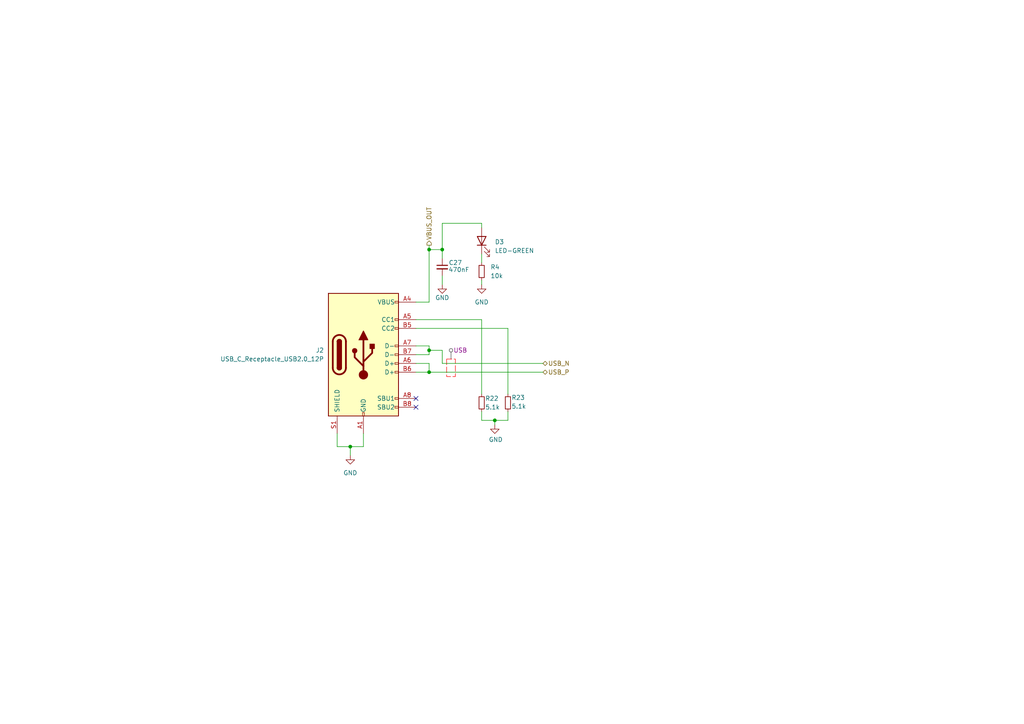
<source format=kicad_sch>
(kicad_sch (version 20250114) (generator "eeschema") (generator_version "9.0")
  (paper "A4")
  (lib_symbols
    (symbol "Connector:USB_C_Receptacle_USB2.0_16P" (pin_names (offset 1.016))
      (property "Reference" "J" (at 0 22.225 0))
      (property "Value" "USB_C_Receptacle_USB2.0_16P" (at 0 19.685 0))
      (symbol "USB_C_Receptacle_USB2.0_16P_0_0"
        (rectangle (start -0.254 -17.78) (end 0.254 -16.764))
        (rectangle (start 10.16 15.494) (end 9.144 14.986))
        (rectangle (start 10.16 10.414) (end 9.144 9.906))
        (rectangle (start 10.16 7.874) (end 9.144 7.366))
        (rectangle (start 10.16 2.794) (end 9.144 2.286))
        (rectangle (start 10.16 0.254) (end 9.144 -0.254))
        (rectangle (start 10.16 -2.286) (end 9.144 -2.794))
        (rectangle (start 10.16 -4.826) (end 9.144 -5.334))
        (rectangle (start 10.16 -12.446) (end 9.144 -12.954))
        (rectangle (start 10.16 -14.986) (end 9.144 -15.494))
      )
      (symbol "USB_C_Receptacle_USB2.0_16P_0_1"
        (rectangle (start -10.16 17.78) (end 10.16 -17.78) (stroke (width 0.254)) (fill (type background)))
        (polyline (pts (xy -8.89 -3.81) (xy -8.89 3.81)) (stroke (width 0.508)))
        (rectangle (start -7.62 -3.81) (end -6.35 3.81) (stroke (width 0.254)) (fill (type outline)))
        (arc (start -7.62 3.81) (mid -6.985 4.4423) (end -6.35 3.81) (stroke (width 0.254)))
        (arc (start -7.62 3.81) (mid -6.985 4.4423) (end -6.35 3.81) (stroke (width 0.254)) (fill (type outline)))
        (arc (start -8.89 3.81) (mid -6.985 5.7067) (end -5.08 3.81) (stroke (width 0.508)))
        (arc (start -5.08 -3.81) (mid -6.985 -5.7067) (end -8.89 -3.81) (stroke (width 0.508)))
        (arc (start -6.35 -3.81) (mid -6.985 -4.4423) (end -7.62 -3.81) (stroke (width 0.254)))
        (arc (start -6.35 -3.81) (mid -6.985 -4.4423) (end -7.62 -3.81) (stroke (width 0.254)) (fill (type outline)))
        (polyline (pts (xy -5.08 3.81) (xy -5.08 -3.81)) (stroke (width 0.508)))
        (circle (center -2.54 1.143) (radius 0.635) (stroke (width 0.254)) (fill (type outline)))
        (polyline (pts (xy -1.27 4.318) (xy 0 6.858) (xy 1.27 4.318) (xy -1.27 4.318)) (stroke (width 0.254)) (fill (type outline)))
        (polyline (pts (xy 0 -2.032) (xy 2.54 0.508) (xy 2.54 1.778)) (stroke (width 0.508)))
        (polyline (pts (xy 0 -3.302) (xy -2.54 -0.762) (xy -2.54 0.508)) (stroke (width 0.508)))
        (polyline (pts (xy 0 -5.842) (xy 0 4.318)) (stroke (width 0.508)))
        (circle (center 0 -5.842) (radius 1.27) (fill (type outline)))
        (rectangle (start 1.905 1.778) (end 3.175 3.048) (stroke (width 0.254)) (fill (type outline)))
      )
      (symbol "USB_C_Receptacle_USB2.0_16P_1_1"
        (pin passive line (at -7.62 -22.86 90) (length 5.08) (name "SHIELD") (number "S1"))
        (pin passive line (at 0 -22.86 90) (length 5.08) (name "GND") (number "A1"))
        (pin passive line (at 0 -22.86 90) (length 5.08) (hide yes) (name "GND") (number "A12"))
        (pin passive line (at 0 -22.86 90) (length 5.08) (hide yes) (name "GND") (number "B1"))
        (pin passive line (at 0 -22.86 90) (length 5.08) (hide yes) (name "GND") (number "B12"))
        (pin passive line (at 15.24 15.24 180) (length 5.08) (name "VBUS") (number "A4"))
        (pin passive line (at 15.24 15.24 180) (length 5.08) (hide yes) (name "VBUS") (number "A9"))
        (pin passive line (at 15.24 15.24 180) (length 5.08) (hide yes) (name "VBUS") (number "B4"))
        (pin passive line (at 15.24 15.24 180) (length 5.08) (hide yes) (name "VBUS") (number "B9"))
        (pin bidirectional line (at 15.24 10.16 180) (length 5.08) (name "CC1") (number "A5"))
        (pin bidirectional line (at 15.24 7.62 180) (length 5.08) (name "CC2") (number "B5"))
        (pin bidirectional line (at 15.24 2.54 180) (length 5.08) (name "D-") (number "A7"))
        (pin bidirectional line (at 15.24 0 180) (length 5.08) (name "D-") (number "B7"))
        (pin bidirectional line (at 15.24 -2.54 180) (length 5.08) (name "D+") (number "A6"))
        (pin bidirectional line (at 15.24 -5.08 180) (length 5.08) (name "D+") (number "B6"))
        (pin bidirectional line (at 15.24 -12.7 180) (length 5.08) (name "SBU1") (number "A8"))
        (pin bidirectional line (at 15.24 -15.24 180) (length 5.08) (name "SBU2") (number "B8"))
      )
    )
    (symbol "Device:C_Small" (pin_numbers (hide yes)) (pin_names (offset 0.254) (hide yes))
      (property "Reference" "C" (at 0.254 1.778 0))
      (property "Value" "C_Small" (at 0.254 -2.032 0))
      (symbol "C_Small_0_1"
        (polyline (pts (xy -1.524 0.508) (xy 1.524 0.508)) (stroke (width 0.3048)))
        (polyline (pts (xy -1.524 -0.508) (xy 1.524 -0.508)) (stroke (width 0.3302)))
      )
      (symbol "C_Small_1_1"
        (pin passive line (at 0 2.54 270) (length 2.032) (name "~") (number "1"))
        (pin passive line (at 0 -2.54 90) (length 2.032) (name "~") (number "2"))
      )
    )
    (symbol "Device:LED" (pin_numbers (hide yes)) (pin_names (offset 1.016) (hide yes))
      (property "Reference" "D" (at 0 2.54 0))
      (property "Value" "LED" (at 0 -2.54 0))
      (symbol "LED_0_1"
        (polyline (pts (xy -3.048 -0.762) (xy -4.572 -2.286) (xy -3.81 -2.286) (xy -4.572 -2.286) (xy -4.572 -1.524)))
        (polyline (pts (xy -1.778 -0.762) (xy -3.302 -2.286) (xy -2.54 -2.286) (xy -3.302 -2.286) (xy -3.302 -1.524)))
        (polyline (pts (xy -1.27 0) (xy 1.27 0)))
        (polyline (pts (xy -1.27 -1.27) (xy -1.27 1.27)) (stroke (width 0.254)))
        (polyline (pts (xy 1.27 -1.27) (xy 1.27 1.27) (xy -1.27 0) (xy 1.27 -1.27)) (stroke (width 0.254)))
      )
      (symbol "LED_1_1"
        (pin passive line (at -3.81 0 0) (length 2.54) (name "K") (number "1"))
        (pin passive line (at 3.81 0 180) (length 2.54) (name "A") (number "2"))
      )
    )
    (symbol "Device:R_Small" (pin_numbers (hide yes)) (pin_names (offset 0.254) (hide yes))
      (property "Reference" "R" (at 0.762 0.508 0))
      (property "Value" "R_Small" (at 0.762 -1.016 0))
      (symbol "R_Small_0_1"
        (rectangle (start -0.762 1.778) (end 0.762 -1.778) (stroke (width 0.2032)))
      )
      (symbol "R_Small_1_1"
        (pin passive line (at 0 2.54 270) (length 0.762) (name "~") (number "1"))
        (pin passive line (at 0 -2.54 90) (length 0.762) (name "~") (number "2"))
      )
    )
    (symbol "power:GND" (power) (pin_numbers (hide yes)) (pin_names (offset 0) (hide yes))
      (property "Value" "GND" (at 0 -3.81 0))
      (symbol "GND_0_1"
        (polyline (pts (xy 0 0) (xy 0 -1.27) (xy 1.27 -1.27) (xy 0 -2.54) (xy -1.27 -1.27) (xy 0 -1.27)))
      )
      (symbol "GND_1_1"
        (pin power_in line (at 0 0 270) (length 0) (name "~") (number "1"))
      )
    )
  )
  (junction (at 124.46 101.6))
  (junction (at 101.6 129.54))
  (junction (at 124.46 107.95))
  (junction (at 128.27 72.39))
  (junction (at 124.46 72.39))
  (junction (at 143.51 121.92))
  (no_connect (at 120.65 115.57))
  (no_connect (at 120.65 118.11))
  (wire (pts (xy 105.41 125.73) (xy 105.41 129.54)))
  (wire (pts (xy 124.46 105.41) (xy 120.65 105.41)))
  (wire (pts (xy 139.7 64.77) (xy 139.7 66.04)))
  (wire (pts (xy 101.6 129.54) (xy 101.6 132.08)))
  (wire (pts (xy 128.27 80.01) (xy 128.27 82.55)))
  (wire (pts (xy 120.65 95.25) (xy 147.32 95.25)))
  (wire (pts (xy 124.46 72.39) (xy 124.46 71.12)))
  (wire (pts (xy 147.32 95.25) (xy 147.32 114.3)))
  (wire (pts (xy 128.27 101.6) (xy 128.27 105.41)))
  (wire (pts (xy 128.27 74.93) (xy 128.27 72.39)))
  (wire (pts (xy 128.27 64.77) (xy 139.7 64.77)))
  (wire (pts (xy 97.79 129.54) (xy 101.6 129.54)))
  (wire (pts (xy 124.46 87.63) (xy 124.46 72.39)))
  (wire (pts (xy 128.27 105.41) (xy 157.48 105.41)))
  (wire (pts (xy 147.32 119.38) (xy 147.32 121.92)))
  (wire (pts (xy 120.65 100.33) (xy 124.46 100.33)))
  (wire (pts (xy 124.46 101.6) (xy 128.27 101.6)))
  (wire (pts (xy 124.46 101.6) (xy 124.46 102.87)))
  (wire (pts (xy 128.27 72.39) (xy 128.27 64.77)))
  (wire (pts (xy 124.46 105.41) (xy 124.46 107.95)))
  (wire (pts (xy 124.46 100.33) (xy 124.46 101.6)))
  (wire (pts (xy 97.79 125.73) (xy 97.79 129.54)))
  (wire (pts (xy 139.7 73.66) (xy 139.7 76.2)))
  (wire (pts (xy 143.51 121.92) (xy 143.51 123.19)))
  (wire (pts (xy 139.7 119.38) (xy 139.7 121.92)))
  (wire (pts (xy 128.27 72.39) (xy 124.46 72.39)))
  (wire (pts (xy 139.7 92.71) (xy 139.7 114.3)))
  (wire (pts (xy 124.46 107.95) (xy 157.48 107.95)))
  (wire (pts (xy 120.65 102.87) (xy 124.46 102.87)))
  (wire (pts (xy 147.32 121.92) (xy 143.51 121.92)))
  (wire (pts (xy 139.7 81.28) (xy 139.7 82.55)))
  (wire (pts (xy 139.7 121.92) (xy 143.51 121.92)))
  (wire (pts (xy 101.6 129.54) (xy 105.41 129.54)))
  (wire (pts (xy 120.65 107.95) (xy 124.46 107.95)))
  (wire (pts (xy 120.65 87.63) (xy 124.46 87.63)))
  (wire (pts (xy 120.65 92.71) (xy 139.7 92.71)))
  (hierarchical_label "USB_N" (shape bidirectional) (at 157.48 105.41 0))
  (hierarchical_label "VBUS_OUT" (shape output) (at 124.46 71.12 90))
  (hierarchical_label "USB_P" (shape bidirectional) (at 157.48 107.95 0))
  (rule_area (polyline (pts (xy 129.54 104.14) (xy 129.54 109.22) (xy 132.08 109.22) (xy 132.08 104.14)) (stroke (width 0) (type dash))))
  (netclass_flag "" (length 2.54) (shape round) (at 130.81 104.14 0) (property "Netclass" "USB" (at 131.5085 101.6 0) (effects (justify left))))
  (symbol (lib_id "Device:LED") (at 139.7 69.85 90) (unit 1)
    (property "Reference" "D3" (at 143.51 70.1674 90) (effects (justify right)))
    (property "Value" "LED-GREEN" (at 143.51 72.7074 90) (effects (justify right)))
    (property "Footprint" "LED_SMD:LED_0805_2012Metric" (effects (hide yes)))
    (property "Description" "Light emitting diode" (effects (hide yes)))
    (property "LCSC" "C2297" (effects (hide yes)))
  )
  (symbol (lib_id "Device:R_Small") (at 139.7 78.74 180) (unit 1)
    (property "Reference" "R4" (at 142.24 77.4699 0) (effects (justify right)))
    (property "Value" "10k" (at 142.24 80.0099 0) (effects (justify right)))
    (property "Footprint" "Resistor_SMD:R_0603_1608Metric" (effects (hide yes)))
    (property "Description" "Resistor, small symbol" (effects (hide yes)))
    (property "LCSC" "C25804" (effects (hide yes)))
  )
  (symbol (lib_id "power:GND") (at 101.6 132.08 0) (unit 1)
    (property "Reference" "#PWR029" (effects (hide yes)))
    (property "Value" "GND" (at 101.6 137.16 0))
    (property "Description" "Power symbol creates a global label with name \"GND\" , ground" (effects (hide yes)))
  )
  (symbol (lib_id "power:GND") (at 139.7 82.55 0) (unit 1)
    (property "Reference" "#PWR06" (effects (hide yes)))
    (property "Value" "GND" (at 139.7 87.63 0))
    (property "Description" "Power symbol creates a global label with name \"GND\" , ground" (effects (hide yes)))
  )
  (symbol (lib_id "power:GND") (at 143.51 123.19 0) (unit 1)
    (property "Reference" "#PWR047" (effects (hide yes)))
    (property "Value" "GND" (at 141.732 127.508 0) (effects (justify left)))
    (property "Description" "Power symbol creates a global label with name \"GND\" , ground" (effects (hide yes)))
  )
  (symbol (lib_id "Device:R_Small") (at 147.32 116.84 180) (unit 1)
    (property "Reference" "R23" (at 148.336 115.316 0) (effects (justify right)))
    (property "Value" "5.1k" (at 148.336 117.856 0) (effects (justify right)))
    (property "Footprint" "Resistor_SMD:R_0603_1608Metric" (effects (hide yes)))
    (property "Description" "Resistor, small symbol" (effects (hide yes)))
    (property "LCSC" "C23186" (effects (hide yes)))
  )
  (symbol (lib_id "Device:R_Small") (at 139.7 116.84 180) (unit 1)
    (property "Reference" "R22" (at 140.716 115.57 0) (effects (justify right)))
    (property "Value" "5.1k" (at 140.716 118.11 0) (effects (justify right)))
    (property "Footprint" "Resistor_SMD:R_0603_1608Metric" (effects (hide yes)))
    (property "Description" "Resistor, small symbol" (effects (hide yes)))
    (property "LCSC" "C23186" (effects (hide yes)))
  )
  (symbol (lib_id "Connector:USB_C_Receptacle_USB2.0_16P") (at 105.41 102.87 0) (unit 1)
    (property "Reference" "J2" (at 93.98 101.5999 0) (effects (justify right)))
    (property "Value" "USB_C_Receptacle_USB2.0_12P" (at 93.98 104.1399 0) (effects (justify right)))
    (property "Footprint" "Connector_USB:USB_C_Receptacle_G-Switch_GT-USB-7010ASV" (effects (hide yes)))
    (property "Datasheet" "https://www.usb.org/sites/default/files/documents/usb_type-c.zip" (effects (hide yes)))
    (property "Description" "USB 2.0-only 16P Type-C Receptacle connector" (effects (hide yes)))
    (property "LCSC" "C2988369" (effects (hide yes)))
  )
  (symbol (lib_id "power:GND") (at 128.27 82.55 0) (unit 1)
    (property "Reference" "#PWR033" (effects (hide yes)))
    (property "Value" "GND" (at 128.27 86.36 0))
    (property "Description" "Power symbol creates a global label with name \"GND\" , ground" (effects (hide yes)))
  )
  (symbol (lib_id "Device:C_Small") (at 128.27 77.47 0) (unit 1)
    (property "Reference" "C27" (at 132.08 76.2 0))
    (property "Value" "470nF" (at 133.096 78.232 0))
    (property "Footprint" "Capacitor_SMD:C_0603_1608Metric" (effects (hide yes)))
    (property "Description" "Unpolarized capacitor, small symbol" (effects (hide yes)))
    (property "LCSC" "C1623" (effects (hide yes)))
  )
)
</source>
